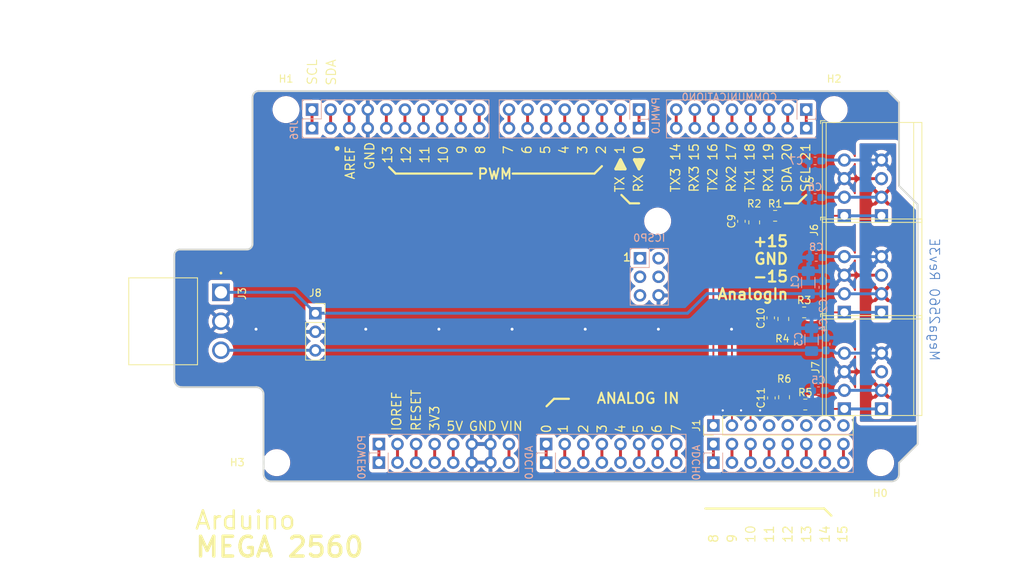
<source format=kicad_pcb>
(kicad_pcb (version 20221018) (generator pcbnew)
  (layers (0 "F.Cu" signal) (31 "B.Cu" signal) (34 "B.Paste" user) (35 "F.Paste" user) (36 "B.SilkS" user "B.Silkscreen") (37 "F.SilkS" user "F.Silkscreen") (38 "B.Mask" user) (39 "F.Mask" user) (44 "Edge.Cuts" user))
  (net 0 "")
  (net 1 "/ADC8")
  (net 2 "/ADC9")
  (net 3 "/ADC10")
  (net 4 "/ADC11")
  (net 5 "/ADC12")
  (net 6 "/ADC13")
  (net 7 "/ADC14")
  (net 8 "/ADC15")
  (net 9 "/ADC0")
  (net 10 "/ADC1")
  (net 11 "/ADC2")
  (net 12 "/ADC3")
  (net 13 "/ADC4")
  (net 14 "/ADC5")
  (net 15 "/ADC6")
  (net 16 "/ADC7")
  (net 17 "/SCL")
  (net 18 "/SDA")
  (net 19 "/RXD1")
  (net 20 "/TXD1")
  (net 21 "/RXD2")
  (net 22 "/TXD2")
  (net 23 "/RXD3")
  (net 24 "/TXD3")
  (net 25 "/vDiv1")
  (net 26 "/vDiv2")
  (net 27 "/vDiv4")
  (net 28 "/vDiv5")
  (net 29 "/vDiv6")
  (net 30 "/vDiv7")
  (net 31 "/vDiv8")
  (net 32 "/AREF")
  (net 33 "GND")
  (net 34 "/D13")
  (net 35 "/D12")
  (net 36 "/D11")
  (net 37 "/D10")
  (net 38 "/D9")
  (net 39 "/D8")
  (net 40 "unconnected-(POWER0-Pin_1-Pad1)")
  (net 41 "+5V")
  (net 42 "/RESET")
  (net 43 "+3.3V")
  (net 44 "/VIN")
  (net 45 "/D0")
  (net 46 "/D1")
  (net 47 "/D2")
  (net 48 "/D3")
  (net 49 "/D4")
  (net 50 "/D5")
  (net 51 "/D6")
  (net 52 "/D7")
  (net 53 "/vDiv3")
  (net 54 "+15V")
  (net 55 "-15V")
  (net 56 "/AnalogIn1")
  (net 57 "/AnalogIn2")
  (net 58 "/AnalogIn3")
  (net 59 "/MISO")
  (net 60 "/PB1")
  (net 61 "/MOSI")
  (net 62 "/RESET_1")
  (footprint "Capacitor_SMD:C_0603_1608Metric_Pad1.08x0.95mm_HandSolder" (layer "F.Cu") (at 168.551507 100.209907 -90)
    (fp_text reference "C10")
    (fp_text value "C")
  )
  (footprint "LibPersoNadj:TerminalBlock_TE_1-2834016-4_1x04_P2.54mm_Horizontal" (layer "F.Cu") (at 178.621507 112.659907 90)
    (fp_text reference "J7")
    (fp_text value "Conn_01x04_Female")
  )
  (footprint "Capacitor_SMD:C_0603_1608Metric_Pad1.08x0.95mm_HandSolder" (layer "F.Cu") (at 164.551507 87.009907 -90)
    (fp_text reference "C9")
    (fp_text value "C")
  )
  (footprint "MountingHole:MountingHole_3.2mm_M3" (layer "F.Cu") (at 101.03 120)
    (fp_text reference "H3")
    (fp_text value "MountingHole_Pad")
  )
  (footprint "LibPersoNadj:TerminalBlock_TE_1-2834016-4_1x04_P2.54mm_Horizontal" (layer "F.Cu") (at 178.621507 99.459907 90)
    (fp_text reference "J6")
    (fp_text value "Conn_01x04_Female")
  )
  (footprint "MountingHole:MountingHole_3.2mm_M3" (layer "F.Cu") (at 102.3 71.74)
    (fp_text reference "H1")
    (fp_text value "MountingHole_Pad")
  )
  (footprint "Resistor_SMD:R_0805_2012Metric_Pad1.20x1.40mm_HandSolder" (layer "F.Cu") (at 173.131507 99.459907)
    (fp_text reference "R3")
    (fp_text value "R")
  )
  (footprint "Capacitor_SMD:C_0603_1608Metric_Pad1.08x0.95mm_HandSolder" (layer "F.Cu") (at 168.651507 111.159907 90)
    (fp_text reference "C11")
    (fp_text value "C")
  )
  (footprint "MountingHole:MountingHole_3.2mm_M3" (layer "F.Cu") (at 177.23 71.74)
    (fp_text reference "H2")
    (fp_text value "MountingHole_Pad")
  )
  (footprint "Resistor_SMD:R_0805_2012Metric_Pad1.20x1.40mm_HandSolder" (layer "F.Cu") (at 166.301507 87.159907 90)
    (fp_text reference "R2")
    (fp_text value "R")
  )
  (footprint "Resistor_SMD:R_0805_2012Metric_Pad1.20x1.40mm_HandSolder" (layer "F.Cu") (at 169.161507 86.259907)
    (fp_text reference "R1")
    (fp_text value "R")
  )
  (footprint "MountingHole:MountingHole_3.2mm_M3" (layer "F.Cu") (at 153.1 86.98)
    (fp_text reference "H4")
    (fp_text value "MountingHole_Pad")
  )
  (footprint "LibPersoNadj:647676-3" (layer "F.Cu") (at 93.4 100.6792 90)
    (fp_text reference "J3")
    (fp_text value "647676-3")
  )
  (footprint "Resistor_SMD:R_0805_2012Metric_Pad1.20x1.40mm_HandSolder" (layer "F.Cu") (at 170.381507 111.059907 -90)
    (fp_text reference "R6")
    (fp_text value "R")
  )
  (footprint "Resistor_SMD:R_0805_2012Metric_Pad1.20x1.40mm_HandSolder" (layer "F.Cu") (at 170.281507 100.359907 90)
    (fp_text reference "R4")
    (fp_text value "R")
  )
  (footprint "Resistor_SMD:R_0805_2012Metric_Pad1.20x1.40mm_HandSolder" (layer "F.Cu") (at 173.281507 112.059907)
    (fp_text reference "R5")
    (fp_text value "R")
  )
  (footprint "Connector_PinSocket_2.54mm:PinSocket_1x03_P2.54mm_Vertical" (layer "F.Cu") (at 106.311507 99.579907)
    (fp_text reference "J8")
    (fp_text value "Conn_01x03_Socket")
  )
  (footprint "Connector_PinHeader_2.54mm:PinHeader_1x08_P2.54mm_Vertical" (layer "F.Cu") (at 160.72 114.92 90)
    (fp_text reference "J1")
    (fp_text value "Conn_01x08_Male")
  )
  (footprint "LibPersoNadj:TerminalBlock_TE_1-2834016-4_1x04_P2.54mm_Horizontal" (layer "F.Cu") (at 178.618614 86.259907 90)
    (fp_text reference "J5")
    (fp_text value "Conn_01x04_Female")
  )
  (footprint "MountingHole:MountingHole_3.2mm_M3" (layer "F.Cu") (at 183.58 120)
    (fp_text reference "H0")
    (fp_text value "MountingHole_Pad")
  )
  (footprint "DoubleRows:PinHeader_1x08_P2.54mm_Vertical_Double" (layer "B.Cu") (at 137.86 120 -90)
    (fp_text reference "ADCL0")
    (fp_text value "FH254-108DF08500V")
  )
  (footprint "Capacitor_SMD:C_0603_1608Metric_Pad1.08x0.95mm_HandSolder" (layer "B.Cu") (at 174.618614 83.759907 180)
    (fp_text reference "C6")
    (fp_text value "100nF")
  )
  (footprint "Connector_PinSocket_2.54mm:PinSocket_2x03_P2.54mm_Vertical" (layer "B.Cu") (at 150.687 92.06 180)
    (fp_text reference "ICSP0")
    (fp_text value "ICSP")
  )
  (footprint "DoubleRows:PinHeader_1x08_P2.54mm_Vertical_Double" (layer "B.Cu") (at 150.56 71.74 90)
    (fp_text reference "PWML0")
    (fp_text value "FH254-108DF08500V")
  )
  (footprint "Capacitor_SMD:C_0603_1608Metric_Pad1.08x0.95mm_HandSolder" (layer "B.Cu") (at 174.781507 91.959907 180)
    (fp_text reference "C8")
    (fp_text value "100nF")
  )
  (footprint "Capacitor_SMD:C_0603_1608Metric_Pad1.08x0.95mm_HandSolder" (layer "B.Cu") (at 175.081507 110.159907 180)
    (fp_text reference "C5")
    (fp_text value "100nF")
  )
  (footprint "Capacitor_SMD:C_0603_1608Metric_Pad1.08x0.95mm_HandSolder" (layer "B.Cu") (at 174.618614 78.759907 180)
    (fp_text reference "C7")
    (fp_text value "100nF")
  )
  (footprint "Capacitor_SMD:C_0603_1608Metric_Pad1.08x0.95mm_HandSolder" (layer "B.Cu") (at 176.131507 103.799907 90)
    (fp_text reference "C4")
    (fp_text value "100nF")
  )
  (footprint "DoubleRows:PinHeader_1x10_P2.54mm_Vertical_Double" (layer "B.Cu") (at 105.856 71.74 -90)
    (fp_text reference "JP6")
    (fp_text value "FH254-110DF08500V")
  )
  (footprint "DoubleRows:PinHeader_1x08_P2.54mm_Vertical_Double" (layer "B.Cu") (at 115 120 -90)
    (fp_text reference "POWER0")
    (fp_text value "FH254-108DF08500V")
  )
  (footprint "DoubleRows:PinHeader_1x08_P2.54mm_Vertical_Double" (layer "B.Cu") (at 173.42 71.74 90)
    (fp_text reference "COMMUNICATION0")
    (fp_text value "FH254-108DF08500V")
  )
  (footprint "Capacitor_SMD:C_1206_3216Metric_Pad1.33x1.80mm_HandSolder" (layer "B.Cu") (at 173.69 95.39 90)
    (fp_text reference "C1")
    (fp_text value "10µF")
  )
  (footprint "Capacitor_SMD:C_0603_1608Metric_Pad1.08x0.95mm_HandSolder" (layer "B.Cu") (at 175.681507 96.039407 90)
    (fp_text reference "C2")
    (fp_text value "100nF")
  )
  (footprint "DoubleRows:PinHeader_1x08_P2.54mm_Vertical_Double" (layer "B.Cu") (at 160.72 120 -90)
    (fp_text reference "ADCH0")
    (fp_text value "FH254-108DF08500V")
  )
  (footprint "Capacitor_SMD:C_1206_3216Metric_Pad1.33x1.80mm_HandSolder" (layer "B.Cu") (at 174.14 103.19 90)
    (fp_text reference "C3")
    (fp_text value "10µF")
  )
  (gr_line (start 127.7 80.4886) (end 117.286 80.4886) (stroke (width 0.3048)) (layer "F.SilkS"))
  (gr_line (start 138.9323 111.2792) (end 137.9163 112.2952) (stroke (width 0.3048)) (layer "F.SilkS"))
  (gr_line (start 133.288 80.4886) (end 144.464 80.4886) (stroke (width 0.3048)) (layer "F.SilkS"))
  (gr_line (start 148.02 79.8536) (end 147.385 79.8536) (stroke (width 0.4064)) (layer "F.SilkS"))
  (gr_line (start 151.195 78.5836) (end 150.56 79.8536) (stroke (width 0.4064)) (layer "F.SilkS"))
  (gr_line (start 144.464 80.4886) (end 145.48 79.4726) (stroke (width 0.3048)) (layer "F.SilkS"))
  (gr_line (start 170.499 84.5526) (end 172.277 84.5526) (stroke (width 0.3048)) (layer "F.SilkS"))
  (gr_line (start 117.286 80.4886) (end 116.397 79.5996) (stroke (width 0.3048)) (layer "F.SilkS"))
  (gr_line (start 150.56 79.2186) (end 151.195 78.5836) (stroke (width 0.4064)) (layer "F.SilkS"))
  (gr_line (start 148.655 79.8536) (end 148.02 79.2186) (stroke (width 0.4064)) (layer "F.SilkS"))
  (gr_line (start 148.02 78.5836) (end 148.655 79.8536) (stroke (width 0.4064)) (layer "F.SilkS"))
  (gr_line (start 149.29 84.5526) (end 150.56 84.5526) (stroke (width 0.3048)) (layer "F.SilkS"))
  (gr_line (start 150.56 78.5836) (end 150.56 79.2186) (stroke (width 0.4064)) (layer "F.SilkS"))
  (gr_line (start 149.925 78.5836) (end 150.56 78.5836) (stroke (width 0.4064)) (layer "F.SilkS"))
  (gr_line (start 147.385 79.8536) (end 148.02 78.5836) (stroke (width 0.4064)) (layer "F.SilkS"))
  (gr_line (start 148.147 83.4096) (end 149.29 84.5526) (stroke (width 0.3048)) (layer "F.SilkS"))
  (gr_line (start 140.9643 111.2792) (end 138.9323 111.2792) (stroke (width 0.3048)) (layer "F.SilkS"))
  (gr_line (start 150.56 79.8536) (end 149.925 78.5836) (stroke (width 0.4064)) (layer "F.SilkS"))
  (gr_line (start 149.925 78.5836) (end 150.56 79.2186) (stroke (width 0.4064)) (layer "F.SilkS"))
  (gr_line (start 172.277 84.5526) (end 173.42 83.4096) (stroke (width 0.3048)) (layer "F.SilkS"))
  (gr_line (start 148.02 79.8536) (end 148.655 79.8536) (stroke (width 0.4064)) (layer "F.SilkS"))
  (gr_circle (center 109.285 77.0596) (end 109.4646 77.0596) (stroke (width 0.3048)) (fill none) (layer "F.SilkS"))
  (gr_line (start 159.6333 126.2792) (end 175.833 126.2792) (stroke (width 0.3048)) (layer "F.SilkS"))
  (gr_line (start 148.02 79.2186) (end 148.02 79.8536) (stroke (width 0.4064)) (layer "F.SilkS"))
  (gr_line (start 175.833 126.237) (end 176.849 127.253) (stroke (width 0.3048)) (layer "F.SilkS"))
  (gr_line (start 147.385 79.8536) (end 148.02 79.2186) (stroke (width 0.4064)) (layer "F.SilkS"))
  (gr_line (start 151.195 78.5836) (end 150.56 78.5836) (stroke (width 0.4064)) (layer "F.SilkS"))
  (gr_line (start 98.5333 69.2128) (end 184.5704 69.2128) (stroke (width 0.254)) (layer "Edge.Cuts"))
  (gr_line (start 97.7333 70.0792) (end 97.7333 90.0792) (stroke (width 0.254)) (layer "Edge.Cuts"))
  (gr_line (start 184.5704 69.2128) (end 186.0944 70.7368) (stroke (width 0.254)) (layer "Edge.Cuts"))
  (gr_arc (start 87.0344 91.6792) (mid 87.218184 91.134472) (end 87.7333 90.8792) (stroke (width 0.254)) (layer "Edge.Cuts"))
  (gr_line (start 186.0944 70.7368) (end 186.0944 82.1668) (stroke (width 0.254)) (layer "Edge.Cuts"))
  (gr_arc (start 186.0944 121.5528) (mid 185.801509 122.259909) (end 185.0944 122.5528) (stroke (width 0.254)) (layer "Edge.Cuts"))
  (gr_line (start 186.0944 120.0128) (end 186.0944 121.5528) (stroke (width 0.254)) (layer "Edge.Cuts"))
  (gr_arc (start 97.7333 90.0792) (mid 97.498987 90.644887) (end 96.9333 90.8792) (stroke (width 0.254)) (layer "Edge.Cuts"))
  (gr_line (start 188.6344 117.4728) (end 186.0944 120.0128) (stroke (width 0.254)) (layer "Edge.Cuts"))
  (gr_arc (start 97.7333 70.0792) (mid 97.953865 69.480317) (end 98.5333 69.2128) (stroke (width 0.254)) (layer "Edge.Cuts"))
  (gr_arc (start 100.2344 122.5528) (mid 99.5273 122.259904) (end 99.2344 121.5528) (stroke (width 0.254)) (layer "Edge.Cuts"))
  (gr_line (start 88.0344 109.6792) (end 98.226193 109.6792) (stroke (width 0.254)) (layer "Edge.Cuts"))
  (gr_line (start 185.0944 122.5528) (end 100.2344 122.5528) (stroke (width 0.254)) (layer "Edge.Cuts"))
  (gr_line (start 186.0944 82.1668) (end 188.6344 84.7068) (stroke (width 0.254)) (layer "Edge.Cuts"))
  (gr_line (start 99.2344 121.5528) (end 99.2344 110.6792) (stroke (width 0.254)) (layer "Edge.Cuts"))
  (gr_arc (start 98.226193 109.6792) (mid 98.937411 109.97039) (end 99.2344 110.6792) (stroke (width 0.254)) (layer "Edge.Cuts"))
  (gr_line (start 188.6344 84.7068) (end 188.6344 117.4728) (stroke (width 0.254)) (layer "Edge.Cuts"))
  (gr_line (start 87.0344 108.6792) (end 87.0344 91.6792) (stroke (width 0.254)) (layer "Edge.Cuts"))
  (gr_line (start 96.9333 90.8792) (end 87.7333 90.8792) (stroke (width 0.254)) (layer "Edge.Cuts"))
  (gr_arc (start 88.0344 109.6792) (mid 87.3273 109.386304) (end 87.0344 108.6792) (stroke (width 0.254)) (layer "Edge.Cuts"))
  (gr_text "Mega2560 Rev3E" (at 191.701507 89.209907 -90) (layer "B.Cu") (effects (font (size 1.308608 1.308608) (thickness 0.113792)) (justify right top mirror)))
  (gr_text "RX3" (at 158.815 83.1556 90) (layer "F.SilkS") (effects (font (size 1.251712 1.251712) (thickness 0.170688)) (justify left bottom)))
  (gr_text "10" (at 124.525 79.2186 90) (layer "F.SilkS") (effects (font (size 1.251712 1.251712) (thickness 0.170688)) (justify left bottom)))
  (gr_text "TX3" (at 156.275 83.1556 90) (layer "F.SilkS") (effects (font (size 1.251712 1.251712) (thickness 0.170688)) (justify left bottom)))
  (gr_text "4" (at 148.7733 116.0792 90) (layer "F.SilkS") (effects (font (size 1.251712 1.251712) (thickness 0.170688)) (justify left bottom)))
  (gr_text "0" (at 151.195 77.9486 90) (layer "F.SilkS") (effects (font (size 1.251712 1.251712) (thickness 0.170688)) (justify left bottom)))
  (gr_text "RESET" (at 120.8122 115.7842 90) (layer "F.SilkS") (effects (font (size 1.251712 1.251712) (thickness 0.170688)) (justify left bottom)))
  (gr_text "1" (at 148.655 77.9486 90) (layer "F.SilkS") (effects (font (size 1.251712 1.251712) (thickness 0.170688)) (justify left bottom)))
  (gr_text "IOREF" (at 118.1452 115.7842 90) (layer "F.SilkS") (effects (font (size 1.251712 1.251712) (thickness 0.170688)) (justify left bottom)))
  (gr_text "3" (at 146.2333 116.0792 90) (layer "F.SilkS") (effects (font (size 1.251712 1.251712) (thickness 0.170688)) (justify left bottom)))
  (gr_text "7" (at 156.3933 116.0792 90) (layer "F.SilkS") (effects (font (size 1.251712 1.251712) (thickness 0.170688)) (justify left bottom)))
  (gr_text "16" (at 161.355 78.8376 90) (layer "F.SilkS") (effects (font (size 1.251712 1.251712) (thickness 0.170688)) (justify left bottom)))
  (gr_text "12" (at 171.6333 131.0792 90) (layer "F.SilkS") (effects (font (size 1.251712 1.251712) (thickness 0.170688)) (justify left bottom)))
  (gr_text "1" (at 140.8993 116.0792 90) (layer "F.SilkS") (effects (font (size 1.251712 1.251712) (thickness 0.170688)) (justify left bottom)))
  (gr_text "2" (at 146.115 77.9486 90) (layer "F.SilkS") (effects (font (size 1.251712 1.251712) (thickness 0.170688)) (justify left bottom)))
  (gr_text "1" (at 149.5356 91.3102) (layer "F.SilkS") (effects (font (size 1.0795 1.0795) (thickness 0.1905)) (justify right top)))
  (gr_text "RX" (at 151.195 83.1556 90) (layer "F.SilkS") (effects (font (size 1.251712 1.251712) (thickness 0.170688)) (justify left bottom)))
  (gr_text "11" (at 121.985 79.2186 90) (layer "F.SilkS") (effects (font (size 1.251712 1.251712) (thickness 0.170688)) (justify left bottom)))
  (gr_text "13" (at 174.1733 131.0792 90) (layer "F.SilkS") (effects (font (size 1.251712 1.251712) (thickness 0.170688)) (justify left bottom)))
  (gr_text "12" (at 119.445 79.2186 90) (layer "F.SilkS") (effects (font (size 1.251712 1.251712) (thickness 0.170688)) (justify left bottom)))
  (gr_text "11" (at 169.0933 131.0792 90) (layer "F.SilkS") (effects (font (size 1.251712 1.251712) (thickness 0.170688)) (justify left bottom)))
  (gr_text "6" (at 153.7263 116.0792 90) (layer "F.SilkS") (effects (font (size 1.251712 1.251712) (thickness 0.170688)) (justify left bottom)))
  (gr_text "SDA" (at 109.2298 68.5528 90) (layer "F.SilkS") (effects (font (size 1.28016 1.28016) (thickness 0.14224)) (justify left bottom)))
  (gr_text "10" (at 166.5533 131.0792 90) (layer "F.SilkS") (effects (font (size 1.28016 1.28016) (thickness 0.14224)) (justify left bottom)))
  (gr_text "15" (at 179.1263 131.0792 90) (layer "F.SilkS") (effects (font (size 1.251712 1.251712) (thickness 0.170688)) (justify left bottom)))
  (gr_text "5" (at 138.495 77.9486 90) (layer "F.SilkS") (effects (font (size 1.251712 1.251712) (thickness 0.170688)) (justify left bottom)))
  (gr_text "14" (at 156.275 78.8376 90) (layer "F.SilkS") (effects (font (size 1.251712 1.251712) (thickness 0.170688)) (justify left bottom)))
  (gr_text "ANALOG IN" (at 144.6333 112.0412) (layer "F.SilkS") (effects (font (size 1.42494 1.42494) (thickness 0.25146)) (justify left bottom)))
  (gr_text "5V" (at 124.1308 115.7666) (layer "F.SilkS") (effects (font (size 1.251712 1.251712) (thickness 0.170688)) (justify left bottom)))
  (gr_text "VIN" (at 131.5476 115.7666) (layer "F.SilkS") (effects (font (size 1.251712 1.251712) (thickness 0.170688)) (justify left bottom)))
  (gr_text "17" (at 163.895 78.8376 90) (layer "F.SilkS") (effects (font (size 1.251712 1.251712) (thickness 0.170688)) (justify left bottom)))
  (gr_text "SCL" (at 106.639 68.4766 90) (layer "F.SilkS") (effects (font (size 1.28016 1.28016) (thickness 0.14224)) (justify left bottom)))
  (gr_text "9" (at 164.0133 131.0792 90) (layer "F.SilkS") (effects (font (size 1.251712 1.251712) (thickness 0.170688)) (justify left bottom)))
  (gr_text "19" (at 168.975 78.8376 90) (layer "F.SilkS") (effects (font (size 1.251712 1.251712) (thickness 0.170688)) (justify left bottom)))
  (gr_text "21" (at 174.055 78.8376 90) (layer "F.SilkS") (effects (font (size 1.251712 1.251712) (thickness 0.170688)) (justify left bottom)))
  (gr_text "+15\nGND\n-15\nAnalogIn" (at 171.101507 93.359907) (layer "F.SilkS") (effects (font (size 1.5 1.5) (thickness 0.3)) (justify right)))
  (gr_text "2" (at 143.6933 116.0792 90) (layer "F.SilkS") (effects (font (size 1.251712 1.251712) (thickness 0.170688)) (justify left bottom)))
  (gr_text "18" (at 166.435 78.8376 90) (layer "F.SilkS") (effects (font (size 1.251712 1.251712) (thickness 0.170688)) (justify left bottom)))
  (gr_text "3V3" (at 123.3522 115.7842 90) (layer "F.SilkS") (effects (font (size 1.251712 1.251712) (thickness 0.170688)) (justify left bottom)))
  (gr_text "8" (at 161.4733 131.0792 90) (layer "F.SilkS") (effects (font (size 1.251712 1.251712) (thickness 0.170688)) (justify left bottom)))
  (gr_text "9" (at 127.065 77.9486 90) (layer "F.SilkS") (effects (font (size 1.251712 1.251712) (thickness 0.170688)) (justify left bottom)))
  (gr_text "AREF" (at 111.7952 81.3908 90) (layer "F.SilkS") (effects (font (size 1.251712 1.251712) (thickness 0.170688)) (justify left bottom)))
  (gr_text "6" (at 135.955 77.9486 90) (layer "F.SilkS") (effects (font (size 1.251712 1.251712) (thickness 0.170688)) (justify left bottom)))
  (gr_text "5" (at 151.1863 116.0792 90) (layer "F.SilkS") (effects (font (size 1.251712 1.251712) (thickness 0.170688)) (justify left bottom)))
  (gr_text "GND" (at 127.1788 115.7666) (layer "F.SilkS") (effects (font (size 1.251712 1.251712) (thickness 0.170688)) (justify left bottom)))
  (gr_text "0" (at 138.622 116.0792 90) (layer "F.SilkS") (effects (font (size 1.251712 1.251712) (thickness 0.170688)) (justify left bottom)))
  (gr_text "20" (at 171.515 78.8376 90) (layer "F.SilkS") (effects (font (size 1.251712 1.251712) (thickness 0.170688)) (justify left bottom)))
  (gr_text "MEGA 2560" (at 89.6633 133.1192) (layer "F.SilkS") (effects (font (size 2.69875 2.69875) (thickness 0.47625)) (justify left bottom)))
  (gr_text "14" (at 176.7133 131.0792 90) (layer "F.SilkS") (effects (font (size 1.251712 1.251712) (thickness 0.170688)) (justify left bottom)))
  (gr_text "PWM" (at 128.335 81.3776) (layer "F.SilkS") (effects (font (size 1.42494 1.42494) (thickness 0.25146)) (justify left bottom)))
  (gr_text "RX1" (at 168.975 83.1556 90) (layer "F.SilkS") (effects (font (size 1.251712 1.251712) (thickness 0.170688)) (justify left bottom)))
  (gr_text "TX2" (at 161.355 83.1556 90) (layer "F.SilkS") (effects (font (size 1.251712 1.251712) (thickness 0.170688)) (justify left bottom)))
  (gr_text "4" (at 141.035 77.9486 90) (layer "F.SilkS") (effects (font (size 1.251712 1.251712) (thickness 0.170688)) (justify left bottom)))
  (gr_text "7" (at 133.415 77.9486 90) (layer "F.SilkS") (effects (font (size 1.251712 1.251712) (thickness 0.170688)) (justify left bottom)))
  (gr_text "15" (at 158.815 78.8376 90) (layer "F.SilkS") (effects (font (size 1.251712 1.251712) (thickness 0.170688)) (justify left bottom)))
  (gr_text "RX2" (at 163.895 83.1556 90) (layer "F.SilkS") (effects (font (size 1.251712 1.251712) (thickness 0.170688)) (justify left bottom)))
  (gr_text "3" (at 143.575 77.9486 90) (layer "F.SilkS") (effects (font (size 1.251712 1.251712) (thickness 0.170688)) (justify left bottom)))
  (gr_text "TX" (at 148.655 83.1556 90) (layer "F.SilkS") (effects (font (size 1.251712 1.251712) (thickness 0.170688)) (justify left bottom)))
  (gr_text "SDA" (at 171.515 83.1556 90) (layer "F.SilkS") (effects (font (size 1.251712 1.251712) (thickness 0.170688)) (justify left bottom)))
  (gr_text "GND" (at 114.473 80.0954 90) (layer "F.SilkS") (effects (font (size 1.251712 1.251712) (thickness 0.170688)) (justify left bottom)))
  (gr_text "13" (at 116.905 79.2186 90) (layer "F.SilkS") (effects (font (size 1.251712 1.251712) (thickness 0.170688)) (justify left bottom)))
  (gr_text "SCL" (at 174.055 83.1556 90) (layer "F.SilkS") (effects (font (size 1.251712 1.251712) (thickness 0.170688)) (justify left bottom)))
  (gr_text "TX1" (at 166.435 83.1556 90) (layer "F.SilkS") (effects (font (size 1.251712 1.251712) (thickness 0.170688)) (justify left bottom)))
  (gr_text "8" (at 129.605 77.9486 90) (layer "F.SilkS") (effects (font (size 1.251712 1.251712) (thickness 0.170688)) (justify left bottom)))
  (gr_text "Arduino" (at 89.6633 129.3092) (layer "F.SilkS") (effects (font (size 2.45872 2.45872) (thickness 0.33528)) (justify left bottom)))
  (segment (start 160.72 120) (end 160.72 117.46) (width 0.4) (layer "F.Cu") (net 1))
  (segment (start 163.26 117.46) (end 163.26 120) (width 0.4) (layer "F.Cu") (net 2))
  (segment (start 165.8 120) (end 165.8 117.46) (width 0.4) (layer "F.Cu") (net 3))
  (segment (start 168.34 120) (end 168.34 117.46) (width 0.4) (layer "F.Cu") (net 4))
  (segment (start 170.88 117.46) (end 170.88 120) (width 0.4) (layer "F.Cu") (net 5))
  (segment (start 173.42 120) (end 173.42 117.46) (width 0.4) (layer "F.Cu") (net 6))
  (segment (start 175.96 117.46) (end 175.96 120) (width 0.4) (layer "F.Cu") (net 7))
  (segment (start 178.5 120) (end 178.5 117.46) (width 0.4) (layer "F.Cu") (net 8))
  (segment (start 137.86 117.46) (end 137.86 120) (width 0.4) (layer "F.Cu") (net 9))
  (segment (start 140.4 120) (end 140.4 117.46) (width 0.4) (layer "F.Cu") (net 10))
  (segment (start 142.94 117.46) (end 142.94 120) (width 0.4) (layer "F.Cu") (net 11))
  (segment (start 145.48 120) (end 145.48 117.46) (width 0.4) (layer "F.Cu") (net 12))
  (segment (start 148.02 117.46) (end 148.02 120) (width 0.4) (layer "F.Cu") (net 13))
  (segment (start 150.56 120) (end 150.56 117.46) (width 0.4) (layer "F.Cu") (net 14))
  (segment (start 153.1 117.46) (end 153.1 120) (width 0.4) (layer "F.Cu") (net 15))
  (segment (start 155.64 120) (end 155.64 117.46) (width 0.4) (layer "F.Cu") (net 16))
  (segment (start 105.856 74.28) (end 105.856 71.74) (width 0.4) (layer "F.Cu") (net 17))
  (segment (start 173.42 71.74) (end 173.42 74.28) (width 0.4) (layer "F.Cu") (net 17))
  (segment (start 170.88 71.74) (end 170.88 74.28) (width 0.4) (layer "F.Cu") (net 18))
  (segment (start 108.396 71.74) (end 108.396 74.28) (width 0.4) (layer "F.Cu") (net 18))
  (segment (start 168.34 71.74) (end 168.34 74.28) (width 0.4) (layer "F.Cu") (net 19))
  (segment (start 165.8 71.74) (end 165.8 74.28) (width 0.4) (layer "F.Cu") (net 20))
  (segment (start 163.26 71.74) (end 163.26 74.28) (width 0.4) (layer "F.Cu") (net 21))
  (segment (start 160.72 71.74) (end 160.72 74.28) (width 0.4) (layer "F.Cu") (net 22))
  (segment (start 158.18 71.74) (end 158.18 74.28) (width 0.4) (layer "F.Cu") (net 23))
  (segment (start 155.64 74.28) (end 155.64 71.74) (width 0.4) (layer "F.Cu") (net 24))
  (segment (start 160.72 87.641414) (end 162.201507 86.159907) (width 0.25) (layer "F.Cu") (net 25))
  (segment (start 167.776507 86.247407) (end 167.129007 86.247407) (width 0.25) (layer "F.Cu") (net 25))
  (segment (start 167.129007 86.247407) (end 166.194007 86.247407) (width 0.25) (layer "F.Cu") (net 25))
  (segment (start 168.149007 86.247407) (end 168.161507 86.259907) (width 0.25) (layer "F.Cu") (net 25))
  (segment (start 160.72 114.92) (end 160.72 87.641414) (width 0.25) (layer "F.Cu") (net 25))
  (segment (start 167.789007 86.259907) (end 167.776507 86.247407) (width 0.25) (layer "F.Cu") (net 25))
  (segment (start 167.129007 86.247407) (end 168.149007 86.247407) (width 0.25) (layer "F.Cu") (net 25))
  (segment (start 162.201507 86.159907) (end 166.301507 86.159907) (width 0.25) (layer "F.Cu") (net 25))
  (segment (start 163.26 102.951414) (end 166.851507 99.359907) (width 0.25) (layer "F.Cu") (net 26))
  (segment (start 170.101507 99.459907) (end 172.131507 99.459907) (width 0.25) (layer "F.Cu") (net 26))
  (segment (start 166.851507 99.359907) (end 170.281507 99.359907) (width 0.25) (layer "F.Cu") (net 26))
  (segment (start 163.26 114.92) (end 163.26 102.951414) (width 0.25) (layer "F.Cu") (net 26))
  (segment (start 110.936 71.74) (end 110.936 74.28) (width 0.4) (layer "F.Cu") (net 32))
  (segment (start 178.621507 107.579907) (end 183.701507 107.579907) (width 0.4) (layer "F.Cu") (net 33))
  (segment (start 178.621507 94.379907) (end 183.701507 94.379907) (width 0.4) (layer "F.Cu") (net 33))
  (segment (start 178.618614 81.179907) (end 183.698614 81.179907) (width 0.4) (layer "F.Cu") (net 33))
  (segment (start 113.476 71.74) (end 113.476 74.28) (width 0.4) (layer "F.Cu") (net 33))
  (via (at 113.201507 101.759907) (size 0.8) (drill 0.4) (layers "F.Cu" "B.Cu") (net 33))
  (via (at 133.201507 101.759907) (size 0.8) (drill 0.4) (layers "F.Cu" "B.Cu") (net 33))
  (via (at 163.201507 101.759907) (size 0.8) (drill 0.4) (layers "F.Cu" "B.Cu") (net 33))
  (via (at 143.201507 101.759907) (size 0.8) (drill 0.4) (layers "F.Cu" "B.Cu") (net 33))
  (via (at 164.501507 112.859907) (size 0.6) (drill 0.3) (layers "F.Cu" "B.Cu") (net 33))
  (via (at 167.101507 112.859907) (size 0.6) (drill 0.3) (layers "F.Cu" "B.Cu") (net 33))
  (via (at 123.201507 101.759907) (size 0.8) (drill 0.4) (layers "F.Cu" "B.Cu") (net 33))
  (via (at 98.201507 101.759907) (size 0.8) (drill 0.4) (layers "F.Cu" "B.Cu") (net 33))
  (via (at 153.201507 101.759907) (size 0.8) (drill 0.4) (layers "F.Cu" "B.Cu") (net 33))
  (via (at 162.001507 112.859907) (size 0.6) (drill 0.3) (layers "F.Cu" "B.Cu") (net 33))
  (segment (start 116.016 71.74) (end 116.016 74.28) (width 0.4) (layer "F.Cu") (net 34))
  (segment (start 118.556 71.74) (end 118.556 74.28) (width 0.4) (layer "F.Cu") (net 35))
  (segment (start 121.096 71.74) (end 121.096 74.28) (width 0.4) (layer "F.Cu") (net 36))
  (segment (start 123.636 71.74) (end 123.636 74.28) (width 0.4) (layer "F.Cu") (net 37))
  (segment (start 126.176 71.74) (end 126.176 74.28) (width 0.4) (layer "F.Cu") (net 38))
  (segment (start 128.716 71.74) (end 128.716 74.28) (width 0.4) (layer "F.Cu") (net 39))
  (segment (start 115 120) (end 115 117.46) (width 0.4) (layer "F.Cu") (net 40))
  (segment (start 117.54 120) (end 117.54 117.46) (width 0.4) (layer "F.Cu") (net 41))
  (segment (start 125.16 117.46) (end 125.16 120) (width 0.4) (layer "F.Cu") (net 41))
  (segment (start 120.08 117.46) (end 120.08 120) (width 0.4) (layer "F.Cu") (net 42))
  (segment (start 122.62 120) (end 122.62 117.46) (width 0.4) (layer "F.Cu") (net 43))
  (segment (start 132.78 117.46) (end 132.78 120) (width 0.4) (layer "F.Cu") (net 44))
  (segment (start 150.56 71.74) (end 150.56 74.28) (width 0.4) (layer "F.Cu") (net 45))
  (segment (start 148.02 71.74) (end 148.02 74.28) (width 0.4) (layer "F.Cu") (net 46))
  (segment (start 145.48 71.74) (end 145.48 74.28) (width 0.4) (layer "F.Cu") (net 47))
  (segment (start 142.94 71.74) (end 142.94 74.28) (width 0.4) (layer "F.Cu") (net 48))
  (segment (start 140.4 71.74) (end 140.4 74.28) (width 0.4) (layer "F.Cu") (net 49))
  (segment (start 137.86 71.74) (end 137.86 74.28) (width 0.4) (layer "F.Cu") (net 50))
  (segment (start 135.32 71.74) (end 135.32 74.28) (width 0.4) (layer "F.Cu") (net 51))
  (segment (start 132.78 71.74) (end 132.78 74.28) (width 0.4) (layer "F.Cu") (net 52))
  (segment (start 166.501507 112.059907) (end 165.8 112.761414) (width 0.25) (layer "F.Cu") (net 53))
  (segment (start 166.501507 112.059907) (end 170.381507 112.059907) (width 0.25) (layer "F.Cu") (net 53))
  (segment (start 165.8 112.761414) (end 165.8 114.92) (width 0.25) (layer "F.Cu") (net 53))
  (segment (start 172.281507 112.059907) (end 170.381507 112.059907) (width 0.25) (layer "F.Cu") (net 53))
  (segment (start 175.944007 110.159907) (end 178.581507 110.159907) (width 0.4) (layer "B.Cu") (net 54))
  (segment (start 178.581507 110.159907) (end 178.621507 110.119907) (width 0.4) (layer "B.Cu") (net 54))
  (segment (start 175.521114 83.719907) (end 175.481114 83.759907) (width 0.4) (layer "B.Cu") (net 54))
  (segment (start 103.4508 96.7192) (end 93.526507 96.7192) (width 0.4) (layer "B.Cu") (net 54))
  (segment (start 106.311507 99.579907) (end 103.4508 96.7192) (width 0.4) (layer "B.Cu") (net 54))
  (segment (start 173.941507 96.897407) (end 173.964007 96.919907) (width 0.4) (layer "B.Cu") (net 54))
  (segment (start 173.964007 96.919907) (end 183.701507 96.919907) (width 0.4) (layer "B.Cu") (net 54))
  (segment (start 178.621507 110.119907) (end 183.701507 110.119907) (width 0.4) (layer "B.Cu") (net 54))
  (segment (start 159.864007 96.897407) (end 157.181507 99.579907) (width 0.4) (layer "B.Cu") (net 54))
  (segment (start 178.618614 83.719907) (end 175.521114 83.719907) (width 0.4) (layer "B.Cu") (net 54))
  (segment (start 183.698614 83.719907) (end 178.618614 83.719907) (width 0.4) (layer "B.Cu") (net 54))
  (segment (start 173.941507 96.897407) (end 159.864007 96.897407) (width 0.4) (layer "B.Cu") (net 54))
  (segment (start 175.531114 83.709907) (end 175.481114 83.759907) (width 0.4) (layer "B.Cu") (net 54))
  (segment (start 157.181507 99.579907) (end 106.311507 99.579907) (width 0.4) (layer "B.Cu") (net 54))
  (segment (start 183.698614 78.639907) (end 178.618614 78.639907) (width 0.4) (layer "B.Cu") (net 55))
  (segment (start 178.621507 91.839907) (end 183.701507 91.839907) (width 0.4) (layer "B.Cu") (net 55))
  (segment (start 177.451507 105.039907) (end 177.074007 104.662407) (width 0.4) (layer "B.Cu") (net 55))
  (segment (start 177.074007 104.662407) (end 176.131507 104.662407) (width 0.4) (layer "B.Cu") (net 55))
  (segment (start 178.621507 105.039907) (end 183.701507 105.039907) (width 0.4) (layer "B.Cu") (net 55))
  (segment (start 104.2344 104.6392) (end 174.3233 104.6392) (width 0.4) (layer "B.Cu") (net 55))
  (segment (start 178.621507 105.039907) (end 177.451507 105.039907) (width 0.4) (layer "B.Cu") (net 55))
  (segment (start 178.621507 91.839907) (end 175.764007 91.839907) (width 0.4) (layer "B.Cu") (net 55))
  (segment (start 174.341507 104.657407) (end 176.126507 104.657407) (width 0.4) (layer "B.Cu") (net 55))
  (segment (start 175.601114 78.639907) (end 175.481114 78.759907) (width 0.4) (layer "B.Cu") (net 55))
  (segment (start 176.126507 104.657407) (end 176.131507 104.662407) (width 0.4) (layer "B.Cu") (net 55))
  (segment (start 104.2344 104.6392) (end 93.526507 104.6392) (width 0.4) (layer "B.Cu") (net 55))
  (segment (start 174.3233 104.6392) (end 174.341507 104.657407) (width 0.4) (layer "B.Cu") (net 55))
  (segment (start 178.618614 78.639907) (end 175.601114 78.639907) (width 0.4) (layer "B.Cu") (net 55))
  (segment (start 175.764007 91.839907) (end 175.644007 91.959907) (width 0.4) (layer "B.Cu") (net 55))
  (segment (start 170.161507 86.259907) (end 178.618614 86.259907) (width 0.25) (layer "F.Cu") (net 56))
  (segment (start 183.698614 86.259907) (end 178.618614 86.259907) (width 0.4) (layer "B.Cu") (net 56))
  (segment (start 174.131507 99.459907) (end 178.621507 99.459907) (width 0.25) (layer "F.Cu") (net 57))
  (segment (start 183.701507 99.459907) (end 178.621507 99.459907) (width 0.4) (layer "B.Cu") (net 57))
  (segment (start 175.981507 112.059907) (end 174.281507 112.059907) (width 0.25) (layer "F.Cu") (net 58))
  (segment (start 176.581507 112.659907) (end 175.981507 112.059907) (width 0.25) (layer "F.Cu") (net 58))
  (segment (start 178.621507 112.659907) (end 176.581507 112.659907) (width 0.25) (layer "F.Cu") (net 58))
  (segment (start 183.701507 112.659907) (end 178.621507 112.659907) (width 0.4) (layer "B.Cu") (net 58))
  (zone (net 54) (net_name "+15V") (layer "F.Cu") (priority 1) (connect_pads (clearance 0.508)) (min_thickness 0.254) (fill yes (thermal_gap 0.508) (thermal_bridge_width 0.508))
    (polygon (pts (xy 185.701507 82.759907) (xy 188.351507 85.409907) (xy 188.401507 114.409907) (xy 183.301507 114.409907) (xy 180.751507 114.409907) (xy 180.701507 87.409907) (xy 180.701507 76.359907) (xy 185.701507 76.359907)))
  )
  (zone (net 33) (net_name "GND") (layers "F&B.Cu") (connect_pads (clearance 0.508)) (min_thickness 0.254) (fill yes (thermal_gap 0.508) (thermal_bridge_width 0.508))
    (polygon (pts (xy 203.201507 136.759907) (xy 63.201507 136.759907) (xy 63.201507 56.759907) (xy 203.201507 56.759907)))
  )
  (zone (net 55) (net_name "-15V") (layer "B.Cu") (priority 1) (connect_pads (clearance 0.508)) (min_thickness 0.254) (fill yes (thermal_gap 0.508) (thermal_bridge_width 0.508))
    (polygon (pts (xy 185.701507 82.759907) (xy 188.401507 85.459907) (xy 188.401507 114.409907) (xy 183.301507 114.409907) (xy 180.751507 114.409907) (xy 180.701507 87.409907) (xy 180.701507 76.359907) (xy 185.701507 76.359907)))
  )
)
</source>
